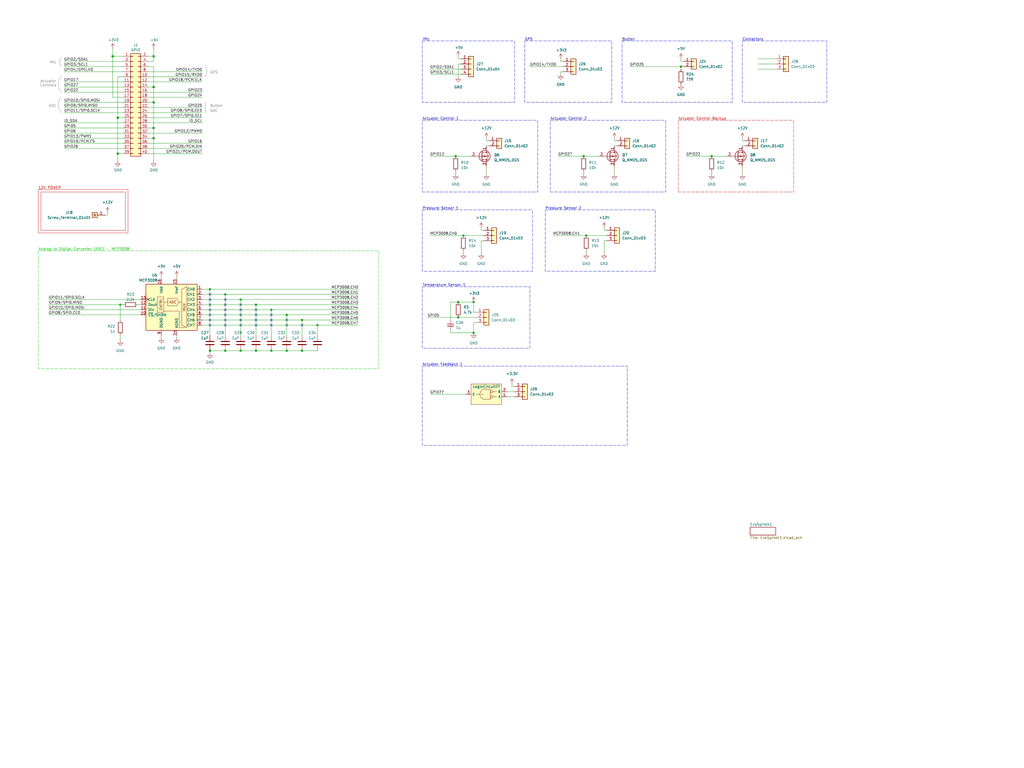
<source format=kicad_sch>
(kicad_sch (version 20230121) (generator eeschema)
  (paper "User" 508 381)
  (title_block (date "15 nov 2012"))
  (lib_symbols
    (symbol "+3.3V_1" (power) (pin_names (offset 0))
      (property "Value" "+3.3V_1" (at 0 3.556 0))
      (symbol "+3.3V_1_0_1"
        (polyline (pts (xy -0.762 1.27) (xy 0 2.54)))
        (polyline (pts (xy 0 0) (xy 0 2.54)))
        (polyline (pts (xy 0 2.54) (xy 0.762 1.27)))
      )
      (symbol "+3.3V_1_1_1"
        (pin power_in line (at 0 0 90) (length 0) hide (name "+3.3V") (number "1"))
      )
    )
    (symbol "+5V_1" (power) (pin_names (offset 0))
      (property "Value" "+5V_1" (at 0 3.556 0))
      (symbol "+5V_1_0_1"
        (polyline (pts (xy -0.762 1.27) (xy 0 2.54)))
        (polyline (pts (xy 0 0) (xy 0 2.54)))
        (polyline (pts (xy 0 2.54) (xy 0.762 1.27)))
      )
      (symbol "+5V_1_1_1"
        (pin power_in line (at 0 0 90) (length 0) hide (name "+5V") (number "1"))
      )
    )
    (symbol "+5V_2" (power) (pin_names (offset 0))
      (property "Value" "+5V_2" (at 0 3.556 0))
      (symbol "+5V_2_0_1"
        (polyline (pts (xy -0.762 1.27) (xy 0 2.54)))
        (polyline (pts (xy 0 0) (xy 0 2.54)))
        (polyline (pts (xy 0 2.54) (xy 0.762 1.27)))
      )
      (symbol "+5V_2_1_1"
        (pin power_in line (at 0 0 90) (length 0) hide (name "+5V") (number "1"))
      )
    )
    (symbol "Analog_ADC:MCP3008" (pin_names (offset 1.016))
      (property "Reference" "U" (at -5.08 13.335 0))
      (property "Value" "MCP3008" (at -5.08 11.43 0))
      (symbol "MCP3008_0_0"
        (text "ADC" (at -0.635 1.27 0) (effects (font (size 1.27 1.27))))
        (text "CNTRL" (at 5.969 -2.921 900) (effects (font (size 1.27 1.27)) (justify left bottom)))
        (text "MUX" (at -6.35 -1.27 900) (effects (font (size 1.27 1.27))))
      )
      (symbol "MCP3008_0_1"
        (polyline (pts (xy -3.81 1.27) (xy -5.08 1.27)))
        (polyline (pts (xy 1.905 1.27) (xy 3.81 1.27)))
        (polyline (pts (xy -7.62 8.89) (xy -7.62 -11.43) (xy -5.08 -10.16) (xy -5.08 7.62) (xy -7.62 8.89)))
        (polyline (pts (xy 3.81 -3.175) (xy -3.81 -3.175) (xy -3.81 -11.43) (xy -6.35 -11.43) (xy -6.35 -10.795)))
        (polyline (pts (xy 1.905 3.175) (xy 1.905 -0.635) (xy -2.54 -0.635) (xy -3.81 1.27) (xy -2.54 3.175) (xy 1.905 3.175)))
        (rectangle (start 3.81 -3.81) (end 6.985 3.81))
        (rectangle (start 12.7 -12.7) (end -12.7 10.16) (stroke (width 0.254)) (fill (type background)))
      )
      (symbol "MCP3008_1_1"
        (pin input line (at -15.24 7.62 0) (length 2.54) (name "CH0") (number "1"))
        (pin input line (at 15.24 -5.08 180) (length 2.54) (name "~{CS}/SHDN") (number "10"))
        (pin input line (at 15.24 -2.54 180) (length 2.54) (name "Din") (number "11"))
        (pin output line (at 15.24 0 180) (length 2.54) (name "Dout") (number "12"))
        (pin input clock (at 15.24 2.54 180) (length 2.54) (name "CLK") (number "13"))
        (pin power_in line (at -2.54 -15.24 90) (length 2.54) (name "AGND") (number "14"))
        (pin power_in line (at -2.54 12.7 270) (length 2.54) (name "Vref") (number "15"))
        (pin power_in line (at 5.08 12.7 270) (length 2.54) (name "Vdd") (number "16"))
        (pin input line (at -15.24 5.08 0) (length 2.54) (name "CH1") (number "2"))
        (pin input line (at -15.24 2.54 0) (length 2.54) (name "CH2") (number "3"))
        (pin input line (at -15.24 0 0) (length 2.54) (name "CH3") (number "4"))
        (pin input line (at -15.24 -2.54 0) (length 2.54) (name "CH4") (number "5"))
        (pin input line (at -15.24 -5.08 0) (length 2.54) (name "CH5") (number "6"))
        (pin input line (at -15.24 -7.62 0) (length 2.54) (name "CH6") (number "7"))
        (pin input line (at -15.24 -10.16 0) (length 2.54) (name "CH7") (number "8"))
        (pin power_in line (at 5.08 -15.24 90) (length 2.54) (name "DGND") (number "9"))
      )
    )
    (symbol "Connector:Screw_Terminal_01x01" (pin_names (offset 1.016) hide)
      (property "Reference" "J" (at 0 2.54 0))
      (property "Value" "Screw_Terminal_01x01" (at 0 -2.54 0))
      (symbol "Screw_Terminal_01x01_1_1"
        (rectangle (start -1.27 1.27) (end 1.27 -1.27) (stroke (width 0.254)) (fill (type background)))
        (polyline (pts (xy -0.5334 0.3302) (xy 0.3302 -0.508)) (stroke (width 0.1524)))
        (polyline (pts (xy -0.3556 0.508) (xy 0.508 -0.3302)) (stroke (width 0.1524)))
        (circle (center 0 0) (radius 0.635) (stroke (width 0.1524)))
        (pin passive line (at -5.08 0 0) (length 3.81) (name "Pin_1") (number "1"))
      )
    )
    (symbol "Connector_Generic:Conn_01x02" (pin_names (offset 1.016) hide)
      (property "Reference" "J" (at 0 2.54 0))
      (property "Value" "Conn_01x02" (at 0 -5.08 0))
      (symbol "Conn_01x02_1_1"
        (rectangle (start -1.27 -2.413) (end 0 -2.667) (stroke (width 0.1524)))
        (rectangle (start -1.27 0.127) (end 0 -0.127) (stroke (width 0.1524)))
        (rectangle (start -1.27 1.27) (end 1.27 -3.81) (stroke (width 0.254)) (fill (type background)))
        (pin passive line (at -5.08 0 0) (length 3.81) (name "Pin_1") (number "1"))
        (pin passive line (at -5.08 -2.54 0) (length 3.81) (name "Pin_2") (number "2"))
      )
    )
    (symbol "Connector_Generic:Conn_01x03" (pin_names (offset 1.016) hide)
      (property "Reference" "J" (at 0 5.08 0))
      (property "Value" "Conn_01x03" (at 0 -5.08 0))
      (symbol "Conn_01x03_1_1"
        (rectangle (start -1.27 -2.413) (end 0 -2.667) (stroke (width 0.1524)))
        (rectangle (start -1.27 0.127) (end 0 -0.127) (stroke (width 0.1524)))
        (rectangle (start -1.27 2.667) (end 0 2.413) (stroke (width 0.1524)))
        (rectangle (start -1.27 3.81) (end 1.27 -3.81) (stroke (width 0.254)) (fill (type background)))
        (pin passive line (at -5.08 2.54 0) (length 3.81) (name "Pin_1") (number "1"))
        (pin passive line (at -5.08 0 0) (length 3.81) (name "Pin_2") (number "2"))
        (pin passive line (at -5.08 -2.54 0) (length 3.81) (name "Pin_3") (number "3"))
      )
    )
    (symbol "Connector_Generic:Conn_01x04" (pin_names (offset 1.016) hide)
      (property "Reference" "J" (at 0 5.08 0))
      (property "Value" "Conn_01x04" (at 0 -7.62 0))
      (symbol "Conn_01x04_1_1"
        (rectangle (start -1.27 -4.953) (end 0 -5.207) (stroke (width 0.1524)))
        (rectangle (start -1.27 -2.413) (end 0 -2.667) (stroke (width 0.1524)))
        (rectangle (start -1.27 0.127) (end 0 -0.127) (stroke (width 0.1524)))
        (rectangle (start -1.27 2.667) (end 0 2.413) (stroke (width 0.1524)))
        (rectangle (start -1.27 3.81) (end 1.27 -6.35) (stroke (width 0.254)) (fill (type background)))
        (pin passive line (at -5.08 2.54 0) (length 3.81) (name "Pin_1") (number "1"))
        (pin passive line (at -5.08 0 0) (length 3.81) (name "Pin_2") (number "2"))
        (pin passive line (at -5.08 -2.54 0) (length 3.81) (name "Pin_3") (number "3"))
        (pin passive line (at -5.08 -5.08 0) (length 3.81) (name "Pin_4") (number "4"))
      )
    )
    (symbol "Connector_Generic:Conn_02x20_Odd_Even" (pin_names (offset 1.016) hide)
      (property "Reference" "J" (at 1.27 25.4 0))
      (property "Value" "Conn_02x20_Odd_Even" (at 1.27 -27.94 0))
      (symbol "Conn_02x20_Odd_Even_1_1"
        (rectangle (start -1.27 -25.273) (end 0 -25.527) (stroke (width 0.1524)))
        (rectangle (start -1.27 -22.733) (end 0 -22.987) (stroke (width 0.1524)))
        (rectangle (start -1.27 -20.193) (end 0 -20.447) (stroke (width 0.1524)))
        (rectangle (start -1.27 -17.653) (end 0 -17.907) (stroke (width 0.1524)))
        (rectangle (start -1.27 -15.113) (end 0 -15.367) (stroke (width 0.1524)))
        (rectangle (start -1.27 -12.573) (end 0 -12.827) (stroke (width 0.1524)))
        (rectangle (start -1.27 -10.033) (end 0 -10.287) (stroke (width 0.1524)))
        (rectangle (start -1.27 -7.493) (end 0 -7.747) (stroke (width 0.1524)))
        (rectangle (start -1.27 -4.953) (end 0 -5.207) (stroke (width 0.1524)))
        (rectangle (start -1.27 -2.413) (end 0 -2.667) (stroke (width 0.1524)))
        (rectangle (start -1.27 0.127) (end 0 -0.127) (stroke (width 0.1524)))
        (rectangle (start -1.27 2.667) (end 0 2.413) (stroke (width 0.1524)))
        (rectangle (start -1.27 5.207) (end 0 4.953) (stroke (width 0.1524)))
        (rectangle (start -1.27 7.747) (end 0 7.493) (stroke (width 0.1524)))
        (rectangle (start -1.27 10.287) (end 0 10.033) (stroke (width 0.1524)))
        (rectangle (start -1.27 12.827) (end 0 12.573) (stroke (width 0.1524)))
        (rectangle (start -1.27 15.367) (end 0 15.113) (stroke (width 0.1524)))
        (rectangle (start -1.27 17.907) (end 0 17.653) (stroke (width 0.1524)))
        (rectangle (start -1.27 20.447) (end 0 20.193) (stroke (width 0.1524)))
        (rectangle (start -1.27 22.987) (end 0 22.733) (stroke (width 0.1524)))
        (rectangle (start -1.27 24.13) (end 3.81 -26.67) (stroke (width 0.254)) (fill (type background)))
        (rectangle (start 3.81 -25.273) (end 2.54 -25.527) (stroke (width 0.1524)))
        (rectangle (start 3.81 -22.733) (end 2.54 -22.987) (stroke (width 0.1524)))
        (rectangle (start 3.81 -20.193) (end 2.54 -20.447) (stroke (width 0.1524)))
        (rectangle (start 3.81 -17.653) (end 2.54 -17.907) (stroke (width 0.1524)))
        (rectangle (start 3.81 -15.113) (end 2.54 -15.367) (stroke (width 0.1524)))
        (rectangle (start 3.81 -12.573) (end 2.54 -12.827) (stroke (width 0.1524)))
        (rectangle (start 3.81 -10.033) (end 2.54 -10.287) (stroke (width 0.1524)))
        (rectangle (start 3.81 -7.493) (end 2.54 -7.747) (stroke (width 0.1524)))
        (rectangle (start 3.81 -4.953) (end 2.54 -5.207) (stroke (width 0.1524)))
        (rectangle (start 3.81 -2.413) (end 2.54 -2.667) (stroke (width 0.1524)))
        (rectangle (start 3.81 0.127) (end 2.54 -0.127) (stroke (width 0.1524)))
        (rectangle (start 3.81 2.667) (end 2.54 2.413) (stroke (width 0.1524)))
        (rectangle (start 3.81 5.207) (end 2.54 4.953) (stroke (width 0.1524)))
        (rectangle (start 3.81 7.747) (end 2.54 7.493) (stroke (width 0.1524)))
        (rectangle (start 3.81 10.287) (end 2.54 10.033) (stroke (width 0.1524)))
        (rectangle (start 3.81 12.827) (end 2.54 12.573) (stroke (width 0.1524)))
        (rectangle (start 3.81 15.367) (end 2.54 15.113) (stroke (width 0.1524)))
        (rectangle (start 3.81 17.907) (end 2.54 17.653) (stroke (width 0.1524)))
        (rectangle (start 3.81 20.447) (end 2.54 20.193) (stroke (width 0.1524)))
        (rectangle (start 3.81 22.987) (end 2.54 22.733) (stroke (width 0.1524)))
        (pin passive line (at -5.08 22.86 0) (length 3.81) (name "Pin_1") (number "1"))
        (pin passive line (at 7.62 12.7 180) (length 3.81) (name "Pin_10") (number "10"))
        (pin passive line (at -5.08 10.16 0) (length 3.81) (name "Pin_11") (number "11"))
        (pin passive line (at 7.62 10.16 180) (length 3.81) (name "Pin_12") (number "12"))
        (pin passive line (at -5.08 7.62 0) (length 3.81) (name "Pin_13") (number "13"))
        (pin passive line (at 7.62 7.62 180) (length 3.81) (name "Pin_14") (number "14"))
        (pin passive line (at -5.08 5.08 0) (length 3.81) (name "Pin_15") (number "15"))
        (pin passive line (at 7.62 5.08 180) (length 3.81) (name "Pin_16") (number "16"))
        (pin passive line (at -5.08 2.54 0) (length 3.81) (name "Pin_17") (number "17"))
        (pin passive line (at 7.62 2.54 180) (length 3.81) (name "Pin_18") (number "18"))
        (pin passive line (at -5.08 0 0) (length 3.81) (name "Pin_19") (number "19"))
        (pin passive line (at 7.62 22.86 180) (length 3.81) (name "Pin_2") (number "2"))
        (pin passive line (at 7.62 0 180) (length 3.81) (name "Pin_20") (number "20"))
        (pin passive line (at -5.08 -2.54 0) (length 3.81) (name "Pin_21") (number "21"))
        (pin passive line (at 7.62 -2.54 180) (length 3.81) (name "Pin_22") (number "22"))
        (pin passive line (at -5.08 -5.08 0) (length 3.81) (name "Pin_23") (number "23"))
        (pin passive line (at 7.62 -5.08 180) (length 3.81) (name "Pin_24") (number "24"))
        (pin passive line (at -5.08 -7.62 0) (length 3.81) (name "Pin_25") (number "25"))
        (pin passive line (at 7.62 -7.62 180) (length 3.81) (name "Pin_26") (number "26"))
        (pin passive line (at -5.08 -10.16 0) (length 3.81) (name "Pin_27") (number "27"))
        (pin passive line (at 7.62 -10.16 180) (length 3.81) (name "Pin_28") (number "28"))
        (pin passive line (at -5.08 -12.7 0) (length 3.81) (name "Pin_29") (number "29"))
        (pin passive line (at -5.08 20.32 0) (length 3.81) (name "Pin_3") (number "3"))
        (pin passive line (at 7.62 -12.7 180) (length 3.81) (name "Pin_30") (number "30"))
        (pin passive line (at -5.08 -15.24 0) (length 3.81) (name "Pin_31") (number "31"))
        (pin passive line (at 7.62 -15.24 180) (length 3.81) (name "Pin_32") (number "32"))
        (pin passive line (at -5.08 -17.78 0) (length 3.81) (name "Pin_33") (number "33"))
        (pin passive line (at 7.62 -17.78 180) (length 3.81) (name "Pin_34") (number "34"))
        (pin passive line (at -5.08 -20.32 0) (length 3.81) (name "Pin_35") (number "35"))
        (pin passive line (at 7.62 -20.32 180) (length 3.81) (name "Pin_36") (number "36"))
        (pin passive line (at -5.08 -22.86 0) (length 3.81) (name "Pin_37") (number "37"))
        (pin passive line (at 7.62 -22.86 180) (length 3.81) (name "Pin_38") (number "38"))
        (pin passive line (at -5.08 -25.4 0) (length 3.81) (name "Pin_39") (number "39"))
        (pin passive line (at 7.62 20.32 180) (length 3.81) (name "Pin_4") (number "4"))
        (pin passive line (at 7.62 -25.4 180) (length 3.81) (name "Pin_40") (number "40"))
        (pin passive line (at -5.08 17.78 0) (length 3.81) (name "Pin_5") (number "5"))
        (pin passive line (at 7.62 17.78 180) (length 3.81) (name "Pin_6") (number "6"))
        (pin passive line (at -5.08 15.24 0) (length 3.81) (name "Pin_7") (number "7"))
        (pin passive line (at 7.62 15.24 180) (length 3.81) (name "Pin_8") (number "8"))
        (pin passive line (at -5.08 12.7 0) (length 3.81) (name "Pin_9") (number "9"))
      )
    )
    (symbol "Device:C" (pin_numbers hide) (pin_names (offset 0.254))
      (property "Reference" "C" (at 0.635 2.54 0))
      (property "Value" "C" (at 0.635 -2.54 0))
      (symbol "C_0_1"
        (polyline (pts (xy -2.032 -0.762) (xy 2.032 -0.762)) (stroke (width 0.508)))
        (polyline (pts (xy -2.032 0.762) (xy 2.032 0.762)) (stroke (width 0.508)))
      )
      (symbol "C_1_1"
        (pin passive line (at 0 3.81 270) (length 2.794) (name "~") (number "1"))
        (pin passive line (at 0 -3.81 90) (length 2.794) (name "~") (number "2"))
      )
    )
    (symbol "Device:C_Small" (pin_numbers hide) (pin_names (offset 0.254) hide)
      (property "Reference" "C" (at 0.254 1.778 0))
      (property "Value" "C_Small" (at 0.254 -2.032 0))
      (symbol "C_Small_0_1"
        (polyline (pts (xy -1.524 -0.508) (xy 1.524 -0.508)) (stroke (width 0.3302)))
        (polyline (pts (xy -1.524 0.508) (xy 1.524 0.508)) (stroke (width 0.3048)))
      )
      (symbol "C_Small_1_1"
        (pin passive line (at 0 2.54 270) (length 2.032) (name "~") (number "1"))
        (pin passive line (at 0 -2.54 90) (length 2.032) (name "~") (number "2"))
      )
    )
    (symbol "Device:Q_NMOS_DGS" (pin_names (offset 0) hide)
      (property "Reference" "Q" (at 5.08 1.27 0))
      (property "Value" "Q_NMOS_DGS" (at 5.08 -1.27 0))
      (symbol "Q_NMOS_DGS_0_1"
        (polyline (pts (xy 0.254 0) (xy -2.54 0)))
        (polyline (pts (xy 0.254 1.905) (xy 0.254 -1.905)) (stroke (width 0.254)))
        (polyline (pts (xy 0.762 -1.27) (xy 0.762 -2.286)) (stroke (width 0.254)))
        (polyline (pts (xy 0.762 0.508) (xy 0.762 -0.508)) (stroke (width 0.254)))
        (polyline (pts (xy 0.762 2.286) (xy 0.762 1.27)) (stroke (width 0.254)))
        (polyline (pts (xy 2.54 2.54) (xy 2.54 1.778)))
        (polyline (pts (xy 2.54 -2.54) (xy 2.54 0) (xy 0.762 0)))
        (polyline (pts (xy 0.762 -1.778) (xy 3.302 -1.778) (xy 3.302 1.778) (xy 0.762 1.778)))
        (polyline (pts (xy 1.016 0) (xy 2.032 0.381) (xy 2.032 -0.381) (xy 1.016 0)) (fill (type outline)))
        (polyline (pts (xy 2.794 0.508) (xy 2.921 0.381) (xy 3.683 0.381) (xy 3.81 0.254)))
        (polyline (pts (xy 3.302 0.381) (xy 2.921 -0.254) (xy 3.683 -0.254) (xy 3.302 0.381)))
        (circle (center 1.651 0) (radius 2.794) (stroke (width 0.254)))
        (circle (center 2.54 -1.778) (radius 0.254) (fill (type outline)))
        (circle (center 2.54 1.778) (radius 0.254) (fill (type outline)))
      )
      (symbol "Q_NMOS_DGS_1_1"
        (pin passive line (at 2.54 5.08 270) (length 2.54) (name "D") (number "1"))
        (pin input line (at -5.08 0 0) (length 2.54) (name "G") (number "2"))
        (pin passive line (at 2.54 -5.08 90) (length 2.54) (name "S") (number "3"))
      )
    )
    (symbol "Device:R" (pin_numbers hide) (pin_names (offset 0))
      (property "Reference" "R" (at 2.032 0 90))
      (property "Value" "R" (at 0 0 90))
      (symbol "R_0_1"
        (rectangle (start -1.016 -2.54) (end 1.016 2.54) (stroke (width 0.254)))
      )
      (symbol "R_1_1"
        (pin passive line (at 0 3.81 270) (length 1.27) (name "~") (number "1"))
        (pin passive line (at 0 -3.81 90) (length 1.27) (name "~") (number "2"))
      )
    )
    (symbol "ExoSpine_CustomLibrary:ActuatorsFeedback_LogicCircuit"
      (property "Reference" "U" (at 0 3.81 0))
      (symbol "ActuatorsFeedback_LogicCircuit_1_1"
        (rectangle (start -7.62 5.08) (end 7.62 -5.08) (fill (type background)))
        (circle (center -2.54 -1.27) (radius 0.635))
        (circle (center -2.54 1.27) (radius 0.635))
        (polyline (pts (xy -5.08 -1.27) (xy -3.175 -1.27)))
        (polyline (pts (xy -3.175 1.27) (xy -5.08 1.27)))
        (polyline (pts (xy -1.905 2.54) (xy -1.905 2.54)))
        (polyline (pts (xy 5.08 0) (xy 3.175 0)))
        (polyline (pts (xy -1.905 2.54) (xy -1.905 -2.54) (xy 0.635 -2.54)))
        (polyline (pts (xy 0.635 2.54) (xy -1.905 2.54) (xy -0.635 2.54)))
        (arc (start 0.635 -2.54) (mid 0.635 -2.54) (end 0.635 -2.54))
        (arc (start 0.6348 -2.5399) (mid 2.4309 -1.7961) (end 3.1749 0))
        (arc (start 3.175 0) (mid 2.4311 1.7961) (end 0.635 2.54))
        (pin input line (at -10.16 1.27 0) (length 2.54) (name "A") (number "1"))
        (pin input line (at -10.16 -1.27 0) (length 2.54) (name "B") (number "2"))
        (pin output line (at 10.16 0 180) (length 2.54) (name "X") (number "3"))
      )
    )
    (symbol "GND_1" (power) (pin_names (offset 0))
      (property "Value" "GND_1" (at 0 -3.81 0))
      (symbol "GND_1_0_1"
        (polyline (pts (xy 0 0) (xy 0 -1.27) (xy 1.27 -1.27) (xy 0 -2.54) (xy -1.27 -1.27) (xy 0 -1.27)))
      )
      (symbol "GND_1_1_1"
        (pin power_in line (at 0 0 270) (length 0) hide (name "GND") (number "1"))
      )
    )
    (symbol "GND_2" (power) (pin_names (offset 0))
      (property "Value" "GND_2" (at 0 -3.81 0))
      (symbol "GND_2_0_1"
        (polyline (pts (xy 0 0) (xy 0 -1.27) (xy 1.27 -1.27) (xy 0 -2.54) (xy -1.27 -1.27) (xy 0 -1.27)))
      )
      (symbol "GND_2_1_1"
        (pin power_in line (at 0 0 270) (length 0) hide (name "GND") (number "1"))
      )
    )
    (symbol "GND_3" (power) (pin_names (offset 0))
      (property "Value" "GND_3" (at 0 -3.81 0))
      (symbol "GND_3_0_1"
        (polyline (pts (xy 0 0) (xy 0 -1.27) (xy 1.27 -1.27) (xy 0 -2.54) (xy -1.27 -1.27) (xy 0 -1.27)))
      )
      (symbol "GND_3_1_1"
        (pin power_in line (at 0 0 270) (length 0) hide (name "GND") (number "1"))
      )
    )
    (symbol "GND_4" (power) (pin_names (offset 0))
      (property "Value" "GND_4" (at 0 -3.81 0))
      (symbol "GND_4_0_1"
        (polyline (pts (xy 0 0) (xy 0 -1.27) (xy 1.27 -1.27) (xy 0 -2.54) (xy -1.27 -1.27) (xy 0 -1.27)))
      )
      (symbol "GND_4_1_1"
        (pin power_in line (at 0 0 270) (length 0) hide (name "GND") (number "1"))
      )
    )
    (symbol "power:+12V" (power) (pin_names (offset 0))
      (property "Value" "+12V" (at 0 3.556 0))
      (symbol "+12V_0_1"
        (polyline (pts (xy -0.762 1.27) (xy 0 2.54)))
        (polyline (pts (xy 0 0) (xy 0 2.54)))
        (polyline (pts (xy 0 2.54) (xy 0.762 1.27)))
      )
      (symbol "+12V_1_1"
        (pin power_in line (at 0 0 90) (length 0) hide (name "+12V") (number "1"))
      )
    )
    (symbol "power:+3.3V" (power) (pin_names (offset 0))
      (property "Value" "+3.3V" (at 0 3.556 0))
      (symbol "+3.3V_0_1"
        (polyline (pts (xy -0.762 1.27) (xy 0 2.54)))
        (polyline (pts (xy 0 0) (xy 0 2.54)))
        (polyline (pts (xy 0 2.54) (xy 0.762 1.27)))
      )
      (symbol "+3.3V_1_1"
        (pin power_in line (at 0 0 90) (length 0) hide (name "+3V3") (number "1"))
      )
    )
    (symbol "power:+5V" (power) (pin_names (offset 0))
      (property "Value" "+5V" (at 0 3.556 0))
      (symbol "+5V_0_1"
        (polyline (pts (xy -0.762 1.27) (xy 0 2.54)))
        (polyline (pts (xy 0 0) (xy 0 2.54)))
        (polyline (pts (xy 0 2.54) (xy 0.762 1.27)))
      )
      (symbol "+5V_1_1"
        (pin power_in line (at 0 0 90) (length 0) hide (name "+5V") (number "1"))
      )
    )
    (symbol "power:GND" (power) (pin_names (offset 0))
      (property "Value" "GND" (at 0 -3.81 0))
      (symbol "GND_0_1"
        (polyline (pts (xy 0 0) (xy 0 -1.27) (xy 1.27 -1.27) (xy 0 -2.54) (xy -1.27 -1.27) (xy 0 -1.27)))
      )
      (symbol "GND_1_1"
        (pin power_in line (at 0 0 270) (length 0) hide (name "GND") (number "1"))
      )
    )
  )
  (junction (at 337.82 33.02))
  (junction (at 76.2 27.94) (diameter 1.016))
  (junction (at 111.76 146.05))
  (junction (at 142.24 156.21))
  (junction (at 76.2 43.18) (diameter 1.016))
  (junction (at 119.38 173.99))
  (junction (at 157.48 161.29))
  (junction (at 111.76 173.99))
  (junction (at 127 173.99))
  (junction (at 229.87 116.84))
  (junction (at 119.38 148.59))
  (junction (at 149.86 173.99))
  (junction (at 289.56 77.47))
  (junction (at 58.42 76.2) (diameter 1.016))
  (junction (at 149.86 158.75))
  (junction (at 58.42 58.42) (diameter 1.016))
  (junction (at 134.62 153.67))
  (junction (at 76.2 68.58) (diameter 1.016))
  (junction (at 353.06 77.47))
  (junction (at 234.95 149.86))
  (junction (at 227.33 157.48))
  (junction (at 142.24 173.99))
  (junction (at 76.2 63.5) (diameter 1.016))
  (junction (at 59.69 151.13))
  (junction (at 104.14 143.51))
  (junction (at 127 151.13))
  (junction (at 76.2 50.8) (diameter 1.016))
  (junction (at 290.83 116.84))
  (junction (at 104.14 173.99))
  (junction (at 227.33 149.86))
  (junction (at 134.62 173.99))
  (junction (at 226.06 77.47))
  (junction (at 55.88 27.94) (diameter 1.016))
  (junction (at 234.95 165.1))
  (no_connect (at 149.86 161.29))
  (no_connect (at 104.14 158.75))
  (no_connect (at 111.76 148.59))
  (no_connect (at 119.38 156.21))
  (no_connect (at 142.24 158.75))
  (no_connect (at 111.76 161.29))
  (no_connect (at 127 156.21))
  (no_connect (at 119.38 161.29))
  (no_connect (at 142.24 161.29))
  (no_connect (at 127 158.75))
  (no_connect (at 104.14 161.29))
  (no_connect (at 119.38 151.13))
  (no_connect (at 104.14 151.13))
  (no_connect (at 104.14 153.67))
  (no_connect (at 134.62 156.21))
  (no_connect (at 111.76 156.21))
  (no_connect (at 111.76 153.67))
  (no_connect (at 134.62 161.29))
  (no_connect (at 104.14 146.05))
  (no_connect (at 119.38 158.75))
  (no_connect (at 104.14 156.21))
  (no_connect (at 127 153.67))
  (no_connect (at 127 161.29))
  (no_connect (at 134.62 158.75))
  (no_connect (at 111.76 151.13))
  (no_connect (at 104.14 148.59))
  (no_connect (at 119.38 153.67))
  (no_connect (at 111.76 158.75))
  (wire (pts (xy 58.42 58.42) (xy 58.42 76.2)))
  (wire (pts (xy 73.66 58.42) (xy 100.33 58.42)))
  (wire (pts (xy 312.42 33.02) (xy 337.82 33.02)))
  (wire (pts (xy 24.13 148.59) (xy 69.85 148.59)))
  (wire (pts (xy 60.96 40.64) (xy 31.75 40.64)))
  (wire (pts (xy 87.63 167.64) (xy 87.63 166.37)))
  (wire (pts (xy 254 190.5) (xy 254 191.77)))
  (wire (pts (xy 276.86 77.47) (xy 289.56 77.47)))
  (wire (pts (xy 76.2 33.02) (xy 76.2 43.18)))
  (wire (pts (xy 227.33 149.86) (xy 234.95 149.86)))
  (wire (pts (xy 299.72 114.3) (xy 299.72 113.03)))
  (wire (pts (xy 76.2 50.8) (xy 73.66 50.8)))
  (wire (pts (xy 304.8 68.58) (xy 304.8 69.85)))
  (wire (pts (xy 278.13 30.48) (xy 279.4 30.48)))
  (wire (pts (xy 368.3 68.58) (xy 368.3 69.85)))
  (wire (pts (xy 76.2 63.5) (xy 76.2 68.58)))
  (wire (pts (xy 337.82 29.21) (xy 337.82 30.48)))
  (wire (pts (xy 227.33 29.21) (xy 228.6 29.21)))
  (wire (pts (xy 100.33 161.29) (xy 157.48 161.29)))
  (wire (pts (xy 213.36 77.47) (xy 226.06 77.47)))
  (wire (pts (xy 241.3 72.39) (xy 242.57 72.39)))
  (wire (pts (xy 149.86 158.75) (xy 149.86 166.37)))
  (wire (pts (xy 76.2 50.8) (xy 76.2 63.5)))
  (wire (pts (xy 73.66 35.56) (xy 100.33 35.56)))
  (wire (pts (xy 227.33 157.48) (xy 236.22 157.48)))
  (wire (pts (xy 337.82 33.02) (xy 339.09 33.02)))
  (wire (pts (xy 111.76 146.05) (xy 111.76 166.37)))
  (wire (pts (xy 104.14 175.26) (xy 104.14 173.99)))
  (wire (pts (xy 58.42 38.1) (xy 58.42 58.42)))
  (wire (pts (xy 80.01 137.16) (xy 80.01 138.43)))
  (wire (pts (xy 58.42 38.1) (xy 60.96 38.1)))
  (wire (pts (xy 73.66 55.88) (xy 100.33 55.88)))
  (wire (pts (xy 134.62 153.67) (xy 177.8 153.67)))
  (wire (pts (xy 251.46 196.85) (xy 255.27 196.85)))
  (wire (pts (xy 60.96 60.96) (xy 31.75 60.96)))
  (wire (pts (xy 31.75 63.5) (xy 60.96 63.5)))
  (wire (pts (xy 304.8 82.55) (xy 304.8 86.36)))
  (wire (pts (xy 368.3 69.85) (xy 369.57 69.85)))
  (wire (pts (xy 353.06 77.47) (xy 360.68 77.47)))
  (wire (pts (xy 238.76 125.73) (xy 238.76 119.38)))
  (wire (pts (xy 24.13 153.67) (xy 69.85 153.67)))
  (wire (pts (xy 368.3 82.55) (xy 368.3 86.36)))
  (wire (pts (xy 104.14 143.51) (xy 104.14 166.37)))
  (wire (pts (xy 212.09 157.48) (xy 227.33 157.48)))
  (wire (pts (xy 299.72 114.3) (xy 300.99 114.3)))
  (wire (pts (xy 58.42 58.42) (xy 60.96 58.42)))
  (wire (pts (xy 127 151.13) (xy 127 166.37)))
  (wire (pts (xy 375.92 31.75) (xy 384.81 31.75)))
  (wire (pts (xy 227.33 27.94) (xy 227.33 29.21)))
  (wire (pts (xy 73.66 45.72) (xy 100.33 45.72)))
  (wire (pts (xy 241.3 69.85) (xy 242.57 69.85)))
  (wire (pts (xy 238.76 114.3) (xy 240.03 114.3)))
  (wire (pts (xy 255.27 191.77) (xy 254 191.77)))
  (wire (pts (xy 142.24 156.21) (xy 177.8 156.21)))
  (wire (pts (xy 73.66 76.2) (xy 100.33 76.2)))
  (wire (pts (xy 58.42 76.2) (xy 58.42 80.01)))
  (wire (pts (xy 31.75 43.18) (xy 60.96 43.18)))
  (wire (pts (xy 213.36 195.58) (xy 231.14 195.58)))
  (wire (pts (xy 53.34 106.68) (xy 52.07 106.68)))
  (wire (pts (xy 55.88 24.13) (xy 55.88 27.94)))
  (wire (pts (xy 353.06 86.36) (xy 353.06 85.09)))
  (wire (pts (xy 119.38 148.59) (xy 119.38 166.37)))
  (wire (pts (xy 80.01 167.64) (xy 80.01 166.37)))
  (wire (pts (xy 304.8 69.85) (xy 306.07 69.85)))
  (wire (pts (xy 76.2 68.58) (xy 73.66 68.58)))
  (wire (pts (xy 134.62 173.99) (xy 142.24 173.99)))
  (wire (pts (xy 31.75 33.02) (xy 60.96 33.02)))
  (wire (pts (xy 111.76 146.05) (xy 177.8 146.05)))
  (wire (pts (xy 227.33 31.75) (xy 228.6 31.75)))
  (wire (pts (xy 238.76 114.3) (xy 238.76 113.03)))
  (wire (pts (xy 127 151.13) (xy 177.8 151.13)))
  (wire (pts (xy 289.56 86.36) (xy 289.56 85.09)))
  (wire (pts (xy 24.13 151.13) (xy 59.69 151.13)))
  (wire (pts (xy 31.75 55.88) (xy 60.96 55.88)))
  (wire (pts (xy 340.36 77.47) (xy 353.06 77.47)))
  (wire (pts (xy 100.33 148.59) (xy 119.38 148.59)))
  (wire (pts (xy 157.48 161.29) (xy 157.48 166.37)))
  (wire (pts (xy 55.88 48.26) (xy 60.96 48.26)))
  (wire (pts (xy 299.72 119.38) (xy 300.99 119.38)))
  (wire (pts (xy 60.96 30.48) (xy 31.75 30.48)))
  (wire (pts (xy 142.24 173.99) (xy 149.86 173.99)))
  (wire (pts (xy 223.52 165.1) (xy 223.52 163.83)))
  (wire (pts (xy 274.32 116.84) (xy 290.83 116.84)))
  (wire (pts (xy 76.2 27.94) (xy 76.2 30.48)))
  (wire (pts (xy 104.14 143.51) (xy 177.8 143.51)))
  (wire (pts (xy 76.2 43.18) (xy 76.2 50.8)))
  (wire (pts (xy 213.36 36.83) (xy 228.6 36.83)))
  (wire (pts (xy 73.66 40.64) (xy 100.33 40.64)))
  (wire (pts (xy 76.2 43.18) (xy 73.66 43.18)))
  (wire (pts (xy 337.82 33.02) (xy 337.82 34.29)))
  (wire (pts (xy 76.2 24.13) (xy 76.2 27.94)))
  (wire (pts (xy 31.75 35.56) (xy 60.96 35.56)))
  (wire (pts (xy 100.33 158.75) (xy 149.86 158.75)))
  (wire (pts (xy 223.52 149.86) (xy 227.33 149.86)))
  (wire (pts (xy 241.3 82.55) (xy 241.3 86.36)))
  (wire (pts (xy 76.2 27.94) (xy 73.66 27.94)))
  (wire (pts (xy 55.88 27.94) (xy 55.88 48.26)))
  (wire (pts (xy 73.66 48.26) (xy 100.33 48.26)))
  (wire (pts (xy 213.36 116.84) (xy 229.87 116.84)))
  (wire (pts (xy 59.69 151.13) (xy 60.96 151.13)))
  (wire (pts (xy 73.66 38.1) (xy 100.33 38.1)))
  (wire (pts (xy 100.33 143.51) (xy 104.14 143.51)))
  (wire (pts (xy 100.33 156.21) (xy 142.24 156.21)))
  (wire (pts (xy 375.92 34.29) (xy 384.81 34.29)))
  (wire (pts (xy 278.13 29.21) (xy 278.13 30.48)))
  (wire (pts (xy 87.63 137.16) (xy 87.63 138.43)))
  (wire (pts (xy 251.46 194.31) (xy 255.27 194.31)))
  (wire (pts (xy 53.34 106.68) (xy 53.34 105.41)))
  (wire (pts (xy 31.75 45.72) (xy 60.96 45.72)))
  (wire (pts (xy 368.3 72.39) (xy 369.57 72.39)))
  (wire (pts (xy 31.75 53.34) (xy 60.96 53.34)))
  (wire (pts (xy 59.69 166.37) (xy 59.69 168.91)))
  (wire (pts (xy 290.83 125.73) (xy 290.83 124.46)))
  (wire (pts (xy 290.83 116.84) (xy 300.99 116.84)))
  (wire (pts (xy 104.14 173.99) (xy 111.76 173.99)))
  (wire (pts (xy 111.76 173.99) (xy 119.38 173.99)))
  (wire (pts (xy 238.76 119.38) (xy 240.03 119.38)))
  (wire (pts (xy 31.75 66.04) (xy 60.96 66.04)))
  (wire (pts (xy 223.52 149.86) (xy 223.52 158.75)))
  (wire (pts (xy 226.06 77.47) (xy 233.68 77.47)))
  (wire (pts (xy 76.2 30.48) (xy 73.66 30.48)))
  (wire (pts (xy 100.33 146.05) (xy 111.76 146.05)))
  (wire (pts (xy 31.75 71.12) (xy 60.96 71.12)))
  (wire (pts (xy 278.13 35.56) (xy 279.4 35.56)))
  (wire (pts (xy 24.13 156.21) (xy 69.85 156.21)))
  (wire (pts (xy 299.72 125.73) (xy 299.72 119.38)))
  (wire (pts (xy 73.66 71.12) (xy 100.33 71.12)))
  (wire (pts (xy 226.06 86.36) (xy 226.06 85.09)))
  (wire (pts (xy 119.38 173.99) (xy 127 173.99)))
  (wire (pts (xy 73.66 66.04) (xy 100.33 66.04)))
  (wire (pts (xy 234.95 165.1) (xy 223.52 165.1)))
  (wire (pts (xy 58.42 76.2) (xy 60.96 76.2)))
  (wire (pts (xy 289.56 77.47) (xy 297.18 77.47)))
  (wire (pts (xy 119.38 148.59) (xy 177.8 148.59)))
  (wire (pts (xy 234.95 160.02) (xy 234.95 165.1)))
  (wire (pts (xy 73.66 73.66) (xy 100.33 73.66)))
  (wire (pts (xy 76.2 33.02) (xy 73.66 33.02)))
  (wire (pts (xy 142.24 156.21) (xy 142.24 166.37)))
  (wire (pts (xy 31.75 73.66) (xy 60.96 73.66)))
  (wire (pts (xy 134.62 153.67) (xy 134.62 166.37)))
  (wire (pts (xy 157.48 161.29) (xy 177.8 161.29)))
  (wire (pts (xy 69.85 151.13) (xy 68.58 151.13)))
  (wire (pts (xy 278.13 35.56) (xy 278.13 36.83)))
  (wire (pts (xy 229.87 116.84) (xy 240.03 116.84)))
  (wire (pts (xy 234.95 160.02) (xy 236.22 160.02)))
  (wire (pts (xy 100.33 151.13) (xy 127 151.13)))
  (wire (pts (xy 339.09 30.48) (xy 337.82 30.48)))
  (wire (pts (xy 149.86 158.75) (xy 177.8 158.75)))
  (wire (pts (xy 134.62 173.99) (xy 127 173.99)))
  (wire (pts (xy 375.92 29.21) (xy 384.81 29.21)))
  (wire (pts (xy 304.8 72.39) (xy 306.07 72.39)))
  (wire (pts (xy 262.89 33.02) (xy 279.4 33.02)))
  (wire (pts (xy 76.2 68.58) (xy 76.2 80.01)))
  (wire (pts (xy 73.66 53.34) (xy 100.33 53.34)))
  (wire (pts (xy 60.96 68.58) (xy 31.75 68.58)))
  (wire (pts (xy 227.33 38.1) (xy 227.33 31.75)))
  (wire (pts (xy 157.48 173.99) (xy 149.86 173.99)))
  (wire (pts (xy 76.2 63.5) (xy 73.66 63.5)))
  (wire (pts (xy 55.88 27.94) (xy 60.96 27.94)))
  (wire (pts (xy 234.95 149.86) (xy 234.95 154.94)))
  (wire (pts (xy 59.69 151.13) (xy 59.69 158.75)))
  (wire (pts (xy 213.36 34.29) (xy 228.6 34.29)))
  (wire (pts (xy 241.3 68.58) (xy 241.3 69.85)))
  (wire (pts (xy 60.96 50.8) (xy 31.75 50.8)))
  (wire (pts (xy 73.66 60.96) (xy 100.33 60.96)))
  (wire (pts (xy 234.95 154.94) (xy 236.22 154.94)))
  (wire (pts (xy 100.33 153.67) (xy 134.62 153.67)))
  (wire (pts (xy 229.87 125.73) (xy 229.87 124.46)))
  (rectangle (start 273.05 59.69) (end 330.2 95.25) (stroke (width 0) (type dash)))
  (rectangle (start 209.55 142.24) (end 262.89 172.72) (stroke (width 0) (type dash)))
  (rectangle (start 336.55 59.69) (end 393.7 95.25) (stroke (width 0) (type dash) (color 194 0 0 1)))
  (arc (start 101.6 50.8) (mid 102.1261 52.07) (end 101.6 53.34) (stroke (width 0) (color 132 132 132 1)))
  (rectangle (start 134.62 124.46) (end 134.62 124.46))
  (rectangle (start 20.32 95.25) (end 62.23 114.3) (stroke (width 0) (color 194 0 0 1)))
  (arc (start 101.6 33.02) (mid 102.6521 35.56) (end 101.6 38.1) (stroke (width 0) (color 132 132 132 1)))
  (rectangle (start 209.55 20.32) (end 255.27 50.8) (stroke (width 0) (type dash)))
  (rectangle (start 260.35 20.32) (end 303.53 50.8) (stroke (width 0) (type dash)))
  (arc (start 30.48 45.72) (mid 28.9019 41.91) (end 30.48 38.1) (stroke (width 0) (color 132 132 132 1)))
  (rectangle (start 209.55 59.69) (end 266.7 95.25) (stroke (width 0) (type dash)))
  (rectangle (start 368.3 20.32) (end 410.21 50.8) (stroke (width 0) (type dash)))
  (rectangle (start 308.61 20.32) (end 363.22 50.8) (stroke (width 0) (type dash)))
  (rectangle (start 209.55 181.61) (end 311.15 220.98) (stroke (width 0) (type dash)))
  (arc (start 30.48 55.88) (mid 28.903 52.07) (end 30.48 48.26) (stroke (width 0) (color 132 132 132 1)))
  (rectangle (start 270.51 104.14) (end 325.12 134.62) (stroke (width 0) (type dash)))
  (rectangle (start 19.05 124.46) (end 187.96 182.88) (stroke (width 0) (type dash) (color 0 194 0 1)))
  (rectangle (start 209.55 104.14) (end 264.16 134.62) (stroke (width 0) (type dash)))
  (arc (start 30.48 33.02) (mid 29.564 30.7975) (end 30.48 28.575) (stroke (width 0) (color 132 132 132 1)))
  (rectangle (start 19.05 93.98) (end 63.5 115.57) (stroke (width 0) (color 194 0 0 1)))
  (arc (start 101.6 53.34) (mid 102.1255 54.61) (end 101.6 55.88) (stroke (width 0) (color 132 132 132 1)))
  (text "Actuator Feedback 1 \n" (at 209.55 181.61 0) (effects (font (size 1.27 1.27)) (justify left bottom)))
  (text "Button" (at 104.14 53.34 0) (effects (font (size 1.27 1.27)) (justify left bottom)))
  (text "IMU" (at 27.94 31.75 0) (effects (font (size 1.27 1.27)) (justify right bottom)))
  (text "Actuator Control 1" (at 209.55 59.69 0) (effects (font (size 1.27 1.27)) (justify left bottom)))
  (text "Temperature Sensor 1\n" (at 209.55 142.24 0) (effects (font (size 1.27 1.27)) (justify left bottom)))
  (text "IMU" (at 209.55 20.32 0) (effects (font (size 1.27 1.27)) (justify left bottom)))
  (text "Actuator Control Backup" (at 336.55 59.69 0) (effects (font (size 1.27 1.27)) (justify left bottom)))
  (text "12V POWER" (at 19.05 93.98 0) (effects (font (size 1.27 1.27)) (justify left bottom)))
  (text "Pressure Sensor 2" (at 270.51 104.14 0) (effects (font (size 1.27 1.27)) (justify left bottom)))
  (text "Actuator Control 2" (at 273.05 59.69 0) (effects (font (size 1.27 1.27)) (justify left bottom)))
  (text "Pressure Sensor 1" (at 209.55 104.14 0) (effects (font (size 1.27 1.27)) (justify left bottom)))
  (text "Button" (at 308.61 20.32 0) (effects (font (size 1.27 1.27)) (justify left bottom)))
  (text "Actuator\nControls" (at 27.94 43.18 0) (effects (font (size 1.27 1.27)) (justify right bottom)))
  (text "ADC" (at 27.94 53.34 0) (effects (font (size 1.27 1.27)) (justify right bottom)))
  (text "Analog to Digital Converter (ADC) - MCP3008\n" (at 19.05 124.46 0) (effects (font (size 1.27 1.27)) (justify left bottom)))
  (text "Contactors" (at 368.3 20.32 0) (effects (font (size 1.27 1.27)) (justify left bottom)))
  (text "ADC" (at 104.14 55.88 0) (effects (font (size 1.27 1.27)) (justify left bottom)))
  (text "GPS" (at 104.14 36.83 0) (effects (font (size 1.27 1.27)) (justify left bottom)))
  (text "GPS" (at 260.35 20.32 0) (effects (font (size 1.27 1.27)) (justify left bottom)))
  (label "GPIO??" (at 213.36 195.58 0))
  (label "ID_SDA" (at 31.75 60.96 0))
  (label "GPIO6" (at 31.75 66.04 0))
  (label "MCP3008.CH0" (at 177.8 143.51 180))
  (label "ID_SCL" (at 100.33 60.96 180))
  (label "GPIO5" (at 31.75 63.5 0))
  (label "MCP3008.CH3" (at 177.8 151.13 180))
  (label "GPIO21{slash}PCM.DOUT" (at 100.33 76.2 180))
  (label "GPIO9{slash}SPI0.MISO" (at 24.13 151.13 0))
  (label "GPIO19{slash}PCM.FS" (at 31.75 71.12 0))
  (label "GPIO10{slash}SPI0.MOSI" (at 31.75 50.8 0))
  (label "GPIO9{slash}SPI0.MISO" (at 31.75 53.34 0))
  (label "MCP3008.CH0" (at 213.36 116.84 0))
  (label "GPIO23" (at 100.33 45.72 180))
  (label "MCP3008.CH4" (at 177.8 153.67 180))
  (label "GPIO8{slash}SPI0.CE0" (at 24.13 156.21 0))
  (label "GPIO3{slash}SCL1" (at 213.36 36.83 0))
  (label "GPIO4{slash}GPCLK0" (at 31.75 35.56 0))
  (label "GPIO10{slash}SPI0.MOSI" (at 24.13 153.67 0))
  (label "GPIO22" (at 340.36 77.47 0))
  (label "GPIO27" (at 31.75 43.18 0))
  (label "GPIO26" (at 31.75 73.66 0))
  (label "GPIO14{slash}TXD0" (at 100.33 35.56 180))
  (label "GPIO8{slash}SPI0.CE0" (at 100.33 55.88 180))
  (label "GPIO15{slash}RXD0" (at 100.33 38.1 180))
  (label "GPIO16" (at 100.33 71.12 180))
  (label "MCP3008.CH1" (at 177.8 146.05 180))
  (label "MCP3008.CH1" (at 274.32 116.84 0))
  (label "GPIO22" (at 31.75 45.72 0))
  (label "GPIO5" (at 212.09 157.48 0))
  (label "MCP3008.CH5" (at 177.8 156.21 180))
  (label "MCP3008.CH7" (at 177.8 161.29 180))
  (label "MCP3008.CH2" (at 177.8 148.59 180))
  (label "GPIO2{slash}SDA1" (at 31.75 30.48 0))
  (label "GPIO17" (at 31.75 40.64 0))
  (label "MCP3008.CH6" (at 177.8 158.75 180))
  (label "GPIO25" (at 100.33 53.34 180))
  (label "GPIO3{slash}SCL1" (at 31.75 33.02 0))
  (label "GPIO18{slash}PCM.CLK" (at 100.33 40.64 180))
  (label "GPIO12{slash}PWM0" (at 100.33 66.04 180))
  (label "GPIO13{slash}PWM1" (at 31.75 68.58 0))
  (label "GPIO20{slash}PCM.DIN" (at 100.33 73.66 180))
  (label "GPIO24" (at 100.33 48.26 180))
  (label "GPIO7{slash}SPI0.CE1" (at 100.33 58.42 180))
  (label "GPIO2{slash}SDA1" (at 213.36 34.29 0))
  (label "GPIO14{slash}TXD0" (at 262.89 33.02 0))
  (label "GPIO11{slash}SPI0.SCLK" (at 24.13 148.59 0))
  (label "GPIO27" (at 276.86 77.47 0))
  (label "GPIO25" (at 312.42 33.02 0))
  (label "GPIO12" (at 213.36 77.47 0))
  (label "GPIO11{slash}SPI0.SCLK" (at 31.75 55.88 0))
  (symbol (lib_id "power:GND") (at 76.2 80.01 0) (unit 1)
    (property "Reference" "#PWR02" (effects hide))
    (property "Value" "GND" (at 76.3143 84.3344 0))
  )
  (symbol (lib_id "power:GND") (at 58.42 80.01 0) (unit 1)
    (property "Reference" "#PWR03" (effects hide))
    (property "Value" "GND" (at 58.5343 84.3344 0))
  )
  (symbol (lib_id "Connector_Generic:Conn_02x20_Odd_Even") (at 66.04 50.8 0) (unit 1)
    (property "Reference" "J1" (at 67.31 22.4598 0))
    (property "Value" "GPIO" (at 67.31 24.765 0))
    (property "Footprint" "Connector_PinSocket_2.54mm:PinSocket_2x20_P2.54mm_Vertical" (effects hide))
  )
  (symbol (lib_name "GND_4") (lib_id "power:GND") (at 337.82 41.91 0) (unit 1)
    (property "Reference" "#PWR032" (effects hide))
    (property "Value" "GND" (at 337.82 46.99 0))
  )
  (symbol (lib_id "power:+12V") (at 53.34 105.41 0) (unit 1)
    (property "Reference" "#PWR021" (effects hide))
    (property "Value" "+12V" (at 53.34 100.33 0))
  )
  (symbol (lib_name "GND_3") (lib_id "power:GND") (at 278.13 36.83 0) (unit 1)
    (property "Reference" "#PWR025" (effects hide))
    (property "Value" "GND" (at 278.13 41.91 0))
  )
  (symbol (lib_id "power:+12V") (at 368.3 68.58 0) (unit 1)
    (property "Reference" "#PWR019" (effects hide))
    (property "Value" "+12V" (at 368.3 63.5 0))
  )
  (symbol (lib_id "Device:C") (at 134.62 170.18 0) (mirror y) (unit 1)
    (property "Reference" "C31" (at 133.35 165.1 0) (effects (justify left)))
    (property "Value" "1µF" (at 133.35 167.64 0) (effects (justify left)))
  )
  (symbol (lib_id "Analog_ADC:MCP3008") (at 85.09 151.13 0) (mirror y) (unit 1)
    (property "Reference" "U6" (at 78.0541 136.525 0) (effects (justify left)))
    (property "Value" "MCP3008" (at 78.0541 139.065 0) (effects (justify left)))
    (property "Datasheet" "http://ww1.microchip.com/downloads/en/DeviceDoc/21295d.pdf" (effects hide))
  )
  (symbol (lib_id "Connector_Generic:Conn_01x02") (at 344.17 30.48 0) (unit 1)
    (property "Reference" "J24" (at 346.71 30.48 0) (effects (justify left)))
    (property "Value" "Conn_01x02" (at 346.71 33.02 0) (effects (justify left)))
  )
  (symbol (lib_name "GND_2") (lib_id "power:GND") (at 299.72 125.73 0) (unit 1)
    (property "Reference" "#PWR037" (effects hide))
    (property "Value" "GND" (at 299.72 130.81 0))
  )
  (symbol (lib_id "power:GND") (at 80.01 167.64 0) (mirror y) (unit 1)
    (property "Reference" "#PWR026" (effects hide))
    (property "Value" "GND" (at 80.01 172.72 0))
  )
  (symbol (lib_name "GND_2") (lib_id "power:GND") (at 238.76 125.73 0) (unit 1)
    (property "Reference" "#PWR033" (effects hide))
    (property "Value" "GND" (at 238.76 130.81 0))
  )
  (symbol (lib_id "Connector_Generic:Conn_01x03") (at 260.35 194.31 0) (unit 1)
    (property "Reference" "J29" (at 262.89 193.04 0) (effects (justify left)))
    (property "Value" "Conn_01x03" (at 262.89 195.58 0) (effects (justify left)))
  )
  (symbol (lib_name "+5V_2") (lib_id "power:+5V") (at 87.63 137.16 0) (unit 1)
    (property "Reference" "#PWR011" (effects hide))
    (property "Value" "+5V" (at 87.63 132.08 0))
  )
  (symbol (lib_id "power:+12V") (at 299.72 113.03 0) (unit 1)
    (property "Reference" "#PWR035" (effects hide))
    (property "Value" "+12V" (at 299.72 107.95 0))
  )
  (symbol (lib_id "Device:R") (at 64.77 151.13 90) (mirror x) (unit 1)
    (property "Reference" "R23" (at 64.77 146.05 90))
    (property "Value" "2.2k" (at 64.77 148.59 90))
  )
  (symbol (lib_id "Device:R") (at 289.56 81.28 0) (unit 1)
    (property "Reference" "R11" (at 292.1 80.645 0) (effects (justify left)))
    (property "Value" "10k" (at 292.1 83.185 0) (effects (justify left)))
  )
  (symbol (lib_name "+5V_2") (lib_id "power:+5V") (at 80.01 137.16 0) (unit 1)
    (property "Reference" "#PWR013" (effects hide))
    (property "Value" "+5V" (at 80.01 132.08 0))
  )
  (symbol (lib_name "GND_2") (lib_id "power:GND") (at 227.33 38.1 0) (unit 1)
    (property "Reference" "#PWR08" (effects hide))
    (property "Value" "GND" (at 227.33 43.18 0))
  )
  (symbol (lib_id "Connector_Generic:Conn_01x03") (at 306.07 116.84 0) (unit 1)
    (property "Reference" "J20" (at 308.61 115.57 0) (effects (justify left)))
    (property "Value" "Conn_01x03" (at 308.61 118.11 0) (effects (justify left)))
  )
  (symbol (lib_id "Device:R") (at 226.06 81.28 0) (unit 1)
    (property "Reference" "R10" (at 228.6 80.645 0) (effects (justify left)))
    (property "Value" "10k" (at 228.6 83.185 0) (effects (justify left)))
  )
  (symbol (lib_id "power:GND") (at 104.14 175.26 0) (unit 1)
    (property "Reference" "#PWR027" (effects hide))
    (property "Value" "GND" (at 104.14 179.705 0))
  )
  (symbol (lib_id "Device:Q_NMOS_DGS") (at 238.76 77.47 0) (unit 1)
    (property "Reference" "Q6" (at 245.11 76.835 0) (effects (justify left)))
    (property "Value" "Q_NMOS_DGS" (at 245.11 79.375 0) (effects (justify left)))
  )
  (symbol (lib_id "Device:R") (at 290.83 120.65 0) (unit 1)
    (property "Reference" "R13" (at 293.37 119.38 0) (effects (justify left)))
    (property "Value" "10k" (at 293.37 121.92 0) (effects (justify left)))
  )
  (symbol (lib_name "GND_1") (lib_id "power:GND") (at 234.95 165.1 0) (unit 1)
    (property "Reference" "#PWR05" (effects hide))
    (property "Value" "GND" (at 234.95 170.18 0))
  )
  (symbol (lib_id "Device:R") (at 227.33 153.67 0) (unit 1)
    (property "Reference" "R3" (at 229.87 152.4 0) (effects (justify left)))
    (property "Value" "4.7k" (at 229.87 154.94 0) (effects (justify left)))
    (property "Footprint" "Resistor_SMD:R_0402_1005Metric" (effects hide))
  )
  (symbol (lib_id "Connector_Generic:Conn_01x03") (at 284.48 33.02 0) (unit 1)
    (property "Reference" "J26" (at 287.02 31.75 0) (effects (justify left)))
    (property "Value" "Conn_01x03" (at 287.02 34.29 0) (effects (justify left)))
  )
  (symbol (lib_id "Device:R") (at 353.06 81.28 0) (unit 1)
    (property "Reference" "R12" (at 355.6 80.645 0) (effects (justify left)))
    (property "Value" "10k" (at 355.6 83.185 0) (effects (justify left)))
  )
  (symbol (lib_id "Connector_Generic:Conn_01x03") (at 241.3 157.48 0) (unit 1)
    (property "Reference" "J25" (at 243.84 156.21 0) (effects (justify left)))
    (property "Value" "Conn_01x03" (at 243.84 158.75 0) (effects (justify left)))
  )
  (symbol (lib_id "Device:C") (at 119.38 170.18 0) (mirror y) (unit 1)
    (property "Reference" "C29" (at 116.205 165.1 0) (effects (justify right)))
    (property "Value" "1µF" (at 114.935 167.64 0) (effects (justify right)))
  )
  (symbol (lib_id "power:+5V") (at 227.33 27.94 0) (unit 1)
    (property "Reference" "#PWR07" (effects hide))
    (property "Value" "+5V" (at 227.6983 23.6156 0))
  )
  (symbol (lib_id "power:+5V") (at 76.2 24.13 0) (unit 1)
    (property "Reference" "#PWR028" (effects hide))
    (property "Value" "+5V" (at 76.5683 19.8056 0))
  )
  (symbol (lib_id "Device:Q_NMOS_DGS") (at 302.26 77.47 0) (unit 1)
    (property "Reference" "Q7" (at 308.61 76.835 0) (effects (justify left)))
    (property "Value" "Q_NMOS_DGS" (at 308.61 79.375 0) (effects (justify left)))
  )
  (symbol (lib_id "power:+12V") (at 304.8 68.58 0) (unit 1)
    (property "Reference" "#PWR016" (effects hide))
    (property "Value" "+12V" (at 304.8 63.5 0))
  )
  (symbol (lib_name "GND_1") (lib_id "power:GND") (at 368.3 86.36 0) (unit 1)
    (property "Reference" "#PWR020" (effects hide))
    (property "Value" "GND" (at 368.3 91.44 0))
  )
  (symbol (lib_id "Connector_Generic:Conn_01x02") (at 374.65 69.85 0) (unit 1)
    (property "Reference" "J17" (at 377.19 69.85 0) (effects (justify left)))
    (property "Value" "Conn_01x02" (at 377.19 72.39 0) (effects (justify left)))
  )
  (symbol (lib_id "power:+3.3V") (at 55.88 24.13 0) (unit 1)
    (property "Reference" "#PWR029" (effects hide))
    (property "Value" "+3.3V" (at 56.2483 19.8056 0))
  )
  (symbol (lib_id "power:+3.3V") (at 234.95 149.86 0) (unit 1)
    (property "Reference" "#PWR06" (effects hide))
    (property "Value" "+3.3V" (at 235.3183 145.5356 0))
  )
  (symbol (lib_id "Device:C_Small") (at 223.52 161.29 0) (unit 1)
    (property "Reference" "C26" (at 226.06 160.0263 0) (effects (justify left)))
    (property "Value" "1u" (at 226.06 162.5663 0) (effects (justify left)))
  )
  (symbol (lib_id "power:+12V") (at 241.3 68.58 0) (unit 1)
    (property "Reference" "#PWR09" (effects hide))
    (property "Value" "+12V" (at 241.3 63.5 0))
  )
  (symbol (lib_id "power:GND") (at 87.63 167.64 0) (mirror y) (unit 1)
    (property "Reference" "#PWR014" (effects hide))
    (property "Value" "GND" (at 87.63 172.72 0))
  )
  (symbol (lib_id "Device:Q_NMOS_DGS") (at 365.76 77.47 0) (unit 1)
    (property "Reference" "Q8" (at 372.11 76.835 0) (effects (justify left)))
    (property "Value" "Q_NMOS_DGS" (at 372.11 79.375 0) (effects (justify left)))
  )
  (symbol (lib_name "GND_1") (lib_id "power:GND") (at 353.06 86.36 0) (unit 1)
    (property "Reference" "#PWR018" (effects hide))
    (property "Value" "GND" (at 353.06 91.44 0))
  )
  (symbol (lib_id "Connector_Generic:Conn_01x02") (at 247.65 69.85 0) (unit 1)
    (property "Reference" "J15" (at 250.19 69.85 0) (effects (justify left)))
    (property "Value" "Conn_01x02" (at 250.19 72.39 0) (effects (justify left)))
  )
  (symbol (lib_id "power:+12V") (at 238.76 113.03 0) (unit 1)
    (property "Reference" "#PWR022" (effects hide))
    (property "Value" "+12V" (at 238.76 107.95 0))
  )
  (symbol (lib_id "power:+3.3V") (at 278.13 29.21 0) (unit 1)
    (property "Reference" "#PWR024" (effects hide))
    (property "Value" "+3.3V" (at 278.4983 24.8856 0))
  )
  (symbol (lib_id "Device:R") (at 229.87 120.65 0) (unit 1)
    (property "Reference" "R14" (at 232.41 119.38 0) (effects (justify left)))
    (property "Value" "10k" (at 232.41 121.92 0) (effects (justify left)))
  )
  (symbol (lib_name "GND_2") (lib_id "power:GND") (at 229.87 125.73 0) (unit 1)
    (property "Reference" "#PWR036" (effects hide))
    (property "Value" "GND" (at 229.87 130.81 0))
  )
  (symbol (lib_name "GND_1") (lib_id "power:GND") (at 289.56 86.36 0) (unit 1)
    (property "Reference" "#PWR015" (effects hide))
    (property "Value" "GND" (at 289.56 91.44 0))
  )
  (symbol (lib_name "GND_1") (lib_id "power:GND") (at 241.3 86.36 0) (unit 1)
    (property "Reference" "#PWR010" (effects hide))
    (property "Value" "GND" (at 241.3 91.44 0))
  )
  (symbol (lib_name "+5V_1") (lib_id "power:+5V") (at 337.82 29.21 0) (unit 1)
    (property "Reference" "#PWR031" (effects hide))
    (property "Value" "+5V" (at 337.82 24.13 0))
  )
  (symbol (lib_id "Device:C") (at 149.86 170.18 0) (mirror y) (unit 1)
    (property "Reference" "C33" (at 148.59 165.1 0) (effects (justify left)))
    (property "Value" "1µF" (at 148.59 167.64 0) (effects (justify left)))
  )
  (symbol (lib_id "power:GND") (at 59.69 168.91 0) (mirror y) (unit 1)
    (property "Reference" "#PWR023" (effects hide))
    (property "Value" "GND" (at 59.69 173.99 0))
  )
  (symbol (lib_id "Device:C") (at 142.24 170.18 0) (mirror y) (unit 1)
    (property "Reference" "C32" (at 137.795 165.1 0) (effects (justify right)))
    (property "Value" "1µF" (at 137.795 167.64 0) (effects (justify right)))
  )
  (symbol (lib_id "ExoSpine_CustomLibrary:ActuatorsFeedback_LogicCircuit") (at 241.3 195.58 180) (unit 1)
    (property "Reference" "LogicCircuit??" (at 241.3 191.77 0))
    (property "Value" "~" (at 239.395 195.58 0))
  )
  (symbol (lib_id "Connector_Generic:Conn_01x03") (at 389.89 31.75 0) (unit 1)
    (property "Reference" "J28" (at 392.43 30.48 0) (effects (justify left)))
    (property "Value" "Conn_01x03" (at 392.43 33.02 0) (effects (justify left)))
  )
  (symbol (lib_name "GND_1") (lib_id "power:GND") (at 304.8 86.36 0) (unit 1)
    (property "Reference" "#PWR017" (effects hide))
    (property "Value" "GND" (at 304.8 91.44 0))
  )
  (symbol (lib_name "GND_1") (lib_id "power:GND") (at 226.06 86.36 0) (unit 1)
    (property "Reference" "#PWR012" (effects hide))
    (property "Value" "GND" (at 226.06 91.44 0))
  )
  (symbol (lib_id "Device:C") (at 157.48 170.18 0) (mirror y) (unit 1)
    (property "Reference" "C34" (at 153.035 165.1 0) (effects (justify right)))
    (property "Value" "1µF" (at 153.035 167.64 0) (effects (justify right)))
  )
  (symbol (lib_id "Device:C") (at 111.76 170.18 0) (mirror y) (unit 1)
    (property "Reference" "C28" (at 107.315 165.1 0) (effects (justify right)))
    (property "Value" "1µF" (at 107.315 167.64 0) (effects (justify right)))
  )
  (symbol (lib_id "Device:R") (at 337.82 38.1 0) (unit 1)
    (property "Reference" "R24" (at 340.36 36.83 0) (effects (justify left)))
    (property "Value" "??R" (at 340.36 39.37 0) (effects (justify left)))
  )
  (symbol (lib_id "Connector:Screw_Terminal_01x01") (at 46.99 106.68 180) (unit 1)
    (property "Reference" "J18" (at 34.29 105.41 0))
    (property "Value" "Screw_Terminal_01x01" (at 34.29 107.95 0))
  )
  (symbol (lib_id "Device:C") (at 127 170.18 0) (mirror y) (unit 1)
    (property "Reference" "C30" (at 122.555 165.1 0) (effects (justify right)))
    (property "Value" "1µF" (at 122.555 167.64 0) (effects (justify right)))
  )
  (symbol (lib_name "GND_2") (lib_id "power:GND") (at 290.83 125.73 0) (unit 1)
    (property "Reference" "#PWR034" (effects hide))
    (property "Value" "GND" (at 290.83 130.81 0))
  )
  (symbol (lib_id "Connector_Generic:Conn_01x03") (at 245.11 116.84 0) (unit 1)
    (property "Reference" "J19" (at 247.65 115.57 0) (effects (justify left)))
    (property "Value" "Conn_01x03" (at 247.65 118.11 0) (effects (justify left)))
  )
  (symbol (lib_id "Device:C") (at 104.14 170.18 0) (mirror y) (unit 1)
    (property "Reference" "C27" (at 99.695 165.1 0) (effects (justify right)))
    (property "Value" "1µF" (at 99.695 167.64 0) (effects (justify right)))
  )
  (symbol (lib_id "Connector_Generic:Conn_01x02") (at 311.15 69.85 0) (unit 1)
    (property "Reference" "J16" (at 313.69 69.85 0) (effects (justify left)))
    (property "Value" "Conn_01x02" (at 313.69 72.39 0) (effects (justify left)))
  )
  (symbol (lib_id "Device:R") (at 59.69 162.56 0) (mirror x) (unit 1)
    (property "Reference" "R22" (at 57.15 161.925 0) (effects (justify right)))
    (property "Value" "1k" (at 57.15 164.465 0) (effects (justify right)))
  )
  (symbol (lib_name "+3.3V_1") (lib_id "power:+3.3V") (at 254 190.5 0) (unit 1)
    (property "Reference" "#PWR030" (effects hide))
    (property "Value" "+3.3V" (at 254 185.42 0))
  )
  (symbol (lib_id "Connector_Generic:Conn_01x04") (at 233.68 31.75 0) (unit 1)
    (property "Reference" "J27" (at 236.22 31.75 0) (effects (justify left)))
    (property "Value" "Conn_01x04" (at 236.22 34.29 0) (effects (justify left)))
  )
  (sheet (at 372.11 261.62) (size 12.7 3.81) (stroke (width 0.1524))
    (property "Sheetname" "ExoSpineV1" (at 372.11 260.9084 0) (effects (justify left bottom)))
    (property "Sheetfile" "ExoSpineV1.kicad_sch" (at 372.11 266.0146 0) (effects (justify left top)))
  )
)
</source>
